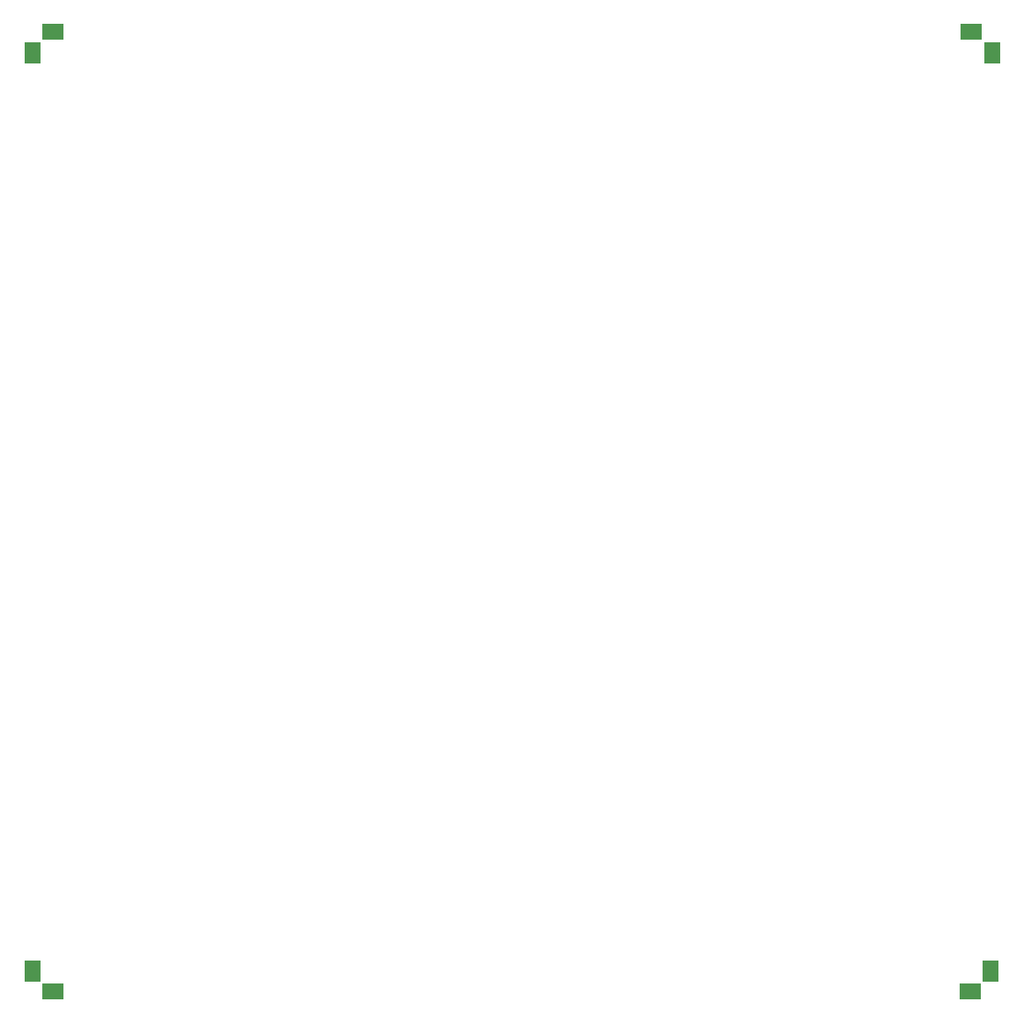
<source format=gbr>
%TF.GenerationSoftware,KiCad,Pcbnew,(5.1.6)-1*%
%TF.CreationDate,2020-10-21T23:40:19+01:00*%
%TF.ProjectId,nyantern,6e79616e-7465-4726-9e2e-6b696361645f,rev?*%
%TF.SameCoordinates,Original*%
%TF.FileFunction,Paste,Bot*%
%TF.FilePolarity,Positive*%
%FSLAX46Y46*%
G04 Gerber Fmt 4.6, Leading zero omitted, Abs format (unit mm)*
G04 Created by KiCad (PCBNEW (5.1.6)-1) date 2020-10-21 23:40:19*
%MOMM*%
%LPD*%
G01*
G04 APERTURE LIST*
%ADD10R,1.500000X2.000000*%
%ADD11R,2.000000X1.500000*%
G04 APERTURE END LIST*
D10*
%TO.C,REF\u002A\u002A*%
X196100000Y-55900000D03*
%TD*%
D11*
%TO.C,REF\u002A\u002A*%
X194100000Y-53900000D03*
%TD*%
%TO.C,REF\u002A\u002A*%
X194000000Y-146100000D03*
%TD*%
D10*
%TO.C,REF\u002A\u002A*%
X196000000Y-144100000D03*
%TD*%
%TO.C,REF\u002A\u002A*%
X103900000Y-144100000D03*
%TD*%
D11*
%TO.C,REF\u002A\u002A*%
X105900000Y-146100000D03*
%TD*%
%TO.C,REF\u002A\u002A*%
X105900000Y-53900000D03*
%TD*%
D10*
%TO.C,REF\u002A\u002A*%
X103900000Y-55900000D03*
%TD*%
M02*

</source>
